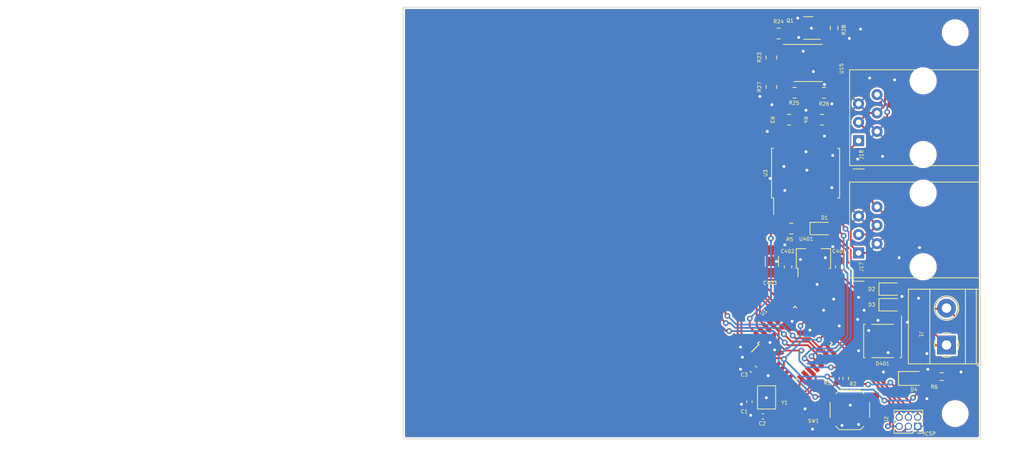
<source format=kicad_pcb>
(kicad_pcb (version 20211014) (generator pcbnew)
  (layers (0 "F.Cu" signal) (31 "B.Cu" signal) (34 "B.Paste" user) (35 "F.Paste" user) (36 "B.SilkS" user "B.Silkscreen") (37 "F.SilkS" user "F.Silkscreen") (38 "B.Mask" user) (39 "F.Mask" user) (44 "Edge.Cuts" user))
  (net 0 "")
  (net 1 "GND")
  (net 2 "/uController/X1")
  (net 3 "/uController/X2")
  (net 4 "+5V")
  (net 5 "RESET")
  (net 6 "DCC_B")
  (net 7 "DCC_A")
  (net 8 "Net-(R1-Pad2)")
  (net 9 "Net-(R3-Pad2)")
  (net 10 "DCC_IN")
  (net 13 "railsyncB")
  (net 14 "railsyncA")
  (net 15 "Net-(J17-Pad3)")
  (net 16 "Net-(R23-Pad1)")
  (net 17 "Lnet_Rx")
  (net 18 "Net-(R25-Pad1)")
  (net 19 "Lnet_Tx")
  (net 22 "Net-(D1-Pad1)")
  (net 23 "Net-(Q1-Pad1)")
  (net 24 "VCC")
  (net 25 "GPIO16")
  (net 26 "GPIO15")
  (net 27 "GPIO14")
  (net 28 "GPIO13")
  (net 29 "GPIO12")
  (net 30 "GPIO11")
  (net 31 "GPIO10")
  (net 32 "TYPE")
  (net 33 "GPIO9")
  (net 34 "GPIO8")
  (net 35 "GPIO7")
  (net 36 "GPIO6")
  (net 37 "GPIO5")
  (net 38 "GPIO4")
  (net 39 "GPIO3")
  (net 40 "GPIO2")
  (net 41 "GPIO1")
  (net 42 "LED")
  (net 43 "Net-(D4-Pad2)")
  (footprint "Package_TO_SOT_SMD:SOT-89-3" (layer "F.Cu") (at 133.485 72.928 90)
    (fp_text reference "U401")
    (fp_text value "L78L05_SOT89")
  )
  (footprint "Resistor_SMD:R_0805_2012Metric_Pad1.20x1.40mm_HandSolder" (layer "F.Cu") (at 128.6905 41.618)
    (fp_text reference "R24")
    (fp_text value "47k")
  )
  (footprint "Diode_SMD:D_SOD-323" (layer "F.Cu") (at 144 76.841)
    (fp_text reference "D2")
    (fp_text value "D")
  )
  (footprint "Connector_PinSocket_1.27mm:PinSocket_2x03_P1.27mm_Vertical" (layer "F.Cu") (at 147.828 95.758 -90)
    (fp_text reference "U2")
    (fp_text value "HEADER_3x2")
  )
  (footprint "Capacitor_SMD:C_0603_1608Metric_Pad1.08x0.95mm_HandSolder" (layer "F.Cu") (at 137.033 73.787 90)
    (fp_text reference "C401")
    (fp_text value "330nF")
  )
  (footprint "Resistor_SMD:R_0805_2012Metric_Pad1.20x1.40mm_HandSolder" (layer "F.Cu") (at 134.6755 53.5 180)
    (fp_text reference "R4")
    (fp_text value "10k")
  )
  (footprint "Diode_SMD:D_SOD-323" (layer "F.Cu") (at 144 79)
    (fp_text reference "D3")
    (fp_text value "D")
  )
  (footprint "Package_TO_SOT_SMD:SOT-23" (layer "F.Cu") (at 132.7705 40.856 180)
    (fp_text reference "Q1")
    (fp_text value "BC847")
  )
  (footprint "MountingHole:MountingHole_3.2mm_M3" (layer "F.Cu") (at 153 41.5)
    (fp_text reference "REF**" hide)
    (fp_text value "MountingHole_3.2mm_M3")
  )
  (footprint "Diode_SMD:D_SOD-323" (layer "F.Cu") (at 134.5 68.5)
    (fp_text reference "D1")
    (fp_text value "D")
  )
  (footprint "Resistor_SMD:R_0805_2012Metric_Pad1.20x1.40mm_HandSolder" (layer "F.Cu") (at 127.6905 44.92 90)
    (fp_text reference "R23")
    (fp_text value "220k")
  )
  (footprint "Capacitor_SMD:C_1206_3216Metric_Pad1.33x1.80mm_HandSolder" (layer "F.Cu") (at 127.762 73.025 90)
    (fp_text reference "C403")
    (fp_text value "100uF")
  )
  (footprint "Resistor_SMD:R_0402_1005Metric_Pad0.72x0.64mm_HandSolder" (layer "F.Cu") (at 137.922 89.154 -90)
    (fp_text reference "R2")
    (fp_text value "10k")
  )
  (footprint "Package_SO:SOIC-8_3.9x4.9mm_P1.27mm" (layer "F.Cu") (at 132.7705 45.682)
    (fp_text reference "U15")
    (fp_text value "LM311")
  )
  (footprint "TerminalBlock_Phoenix:TerminalBlock_Phoenix_MKDS-1,5-2-5.08_1x02_P5.08mm_Horizontal" (layer "F.Cu") (at 151.805 84.545 90)
    (fp_text reference "J1")
    (fp_text value "Screw_Terminal_01x02")
  )
  (footprint "Resistor_SMD:R_0805_2012Metric_Pad1.20x1.40mm_HandSolder" (layer "F.Cu") (at 130.1355 53.5)
    (fp_text reference "R3")
    (fp_text value "10k")
  )
  (footprint "Diode_SMD:Diode_Bridge_Diotec_ABS" (layer "F.Cu") (at 143 84 -90)
    (fp_text reference "D401")
    (fp_text value "D_Bridge_+-AA")
  )
  (footprint "MountingHole:MountingHole_3.2mm_M3" (layer "F.Cu") (at 153 94)
    (fp_text reference "REF**" hide)
    (fp_text value "MountingHole_3.2mm_M3")
  )
  (footprint "Capacitor_SMD:C_0603_1608Metric_Pad1.08x0.95mm_HandSolder" (layer "F.Cu") (at 125.222 87.884 -45)
    (fp_text reference "C3")
    (fp_text value "100nF")
  )
  (footprint "Resistor_SMD:R_0603_1608Metric_Pad0.98x0.95mm_HandSolder" (layer "F.Cu") (at 151.13 88.9 180)
    (fp_text reference "R6")
    (fp_text value "6k2")
  )
  (footprint "custom_kicad_lib_sk:crystal_arduino" (layer "F.Cu") (at 127.254 91.821 -90)
    (fp_text reference "Y1")
    (fp_text value "crystal_arduino")
  )
  (footprint "Capacitor_SMD:C_0402_1005Metric_Pad0.74x0.62mm_HandSolder" (layer "F.Cu") (at 124.682 92.363 90)
    (fp_text reference "C1")
    (fp_text value "12pF")
  )
  (footprint "Resistor_SMD:R_0805_2012Metric_Pad1.20x1.40mm_HandSolder" (layer "F.Cu") (at 134.9455 49.784 180)
    (fp_text reference "R26")
    (fp_text value "150k")
  )
  (footprint "Resistor_SMD:R_0805_2012Metric_Pad1.20x1.40mm_HandSolder" (layer "F.Cu") (at 130.8815 49.784 180)
    (fp_text reference "R25")
    (fp_text value "10k")
  )
  (footprint "Resistor_SMD:R_0603_1608Metric_Pad0.98x0.95mm_HandSolder" (layer "F.Cu") (at 136.3265 40.856 -90)
    (fp_text reference "R28")
    (fp_text value "1k")
  )
  (footprint "Package_SO:SOP-8_6.62x9.15mm_P2.54mm" (layer "F.Cu") (at 132.4055 60.866 90)
    (fp_text reference "U3")
    (fp_text value "6N137")
  )
  (footprint "Button_Switch_SMD:SW_SPST_SKQG_WithStem" (layer "F.Cu") (at 138.5 93.5 180)
    (fp_text reference "SW1")
    (fp_text value "SW_SPST")
  )
  (footprint "Capacitor_SMD:C_0603_1608Metric_Pad1.08x0.95mm_HandSolder" (layer "F.Cu") (at 129.985 73.787 90)
    (fp_text reference "C402")
    (fp_text value "100nF")
  )
  (footprint "Resistor_SMD:R_0402_1005Metric_Pad0.72x0.64mm_HandSolder" (layer "F.Cu") (at 136.652 89.154 -90)
    (fp_text reference "R1")
    (fp_text value "10k")
  )
  (footprint "Connector_RJ:RJ12_Amphenol_54601" (layer "F.Cu") (at 139.7 56.388 90)
    (fp_text reference "J18")
    (fp_text value "RJ12")
  )
  (footprint "Capacitor_SMD:C_0402_1005Metric_Pad0.74x0.62mm_HandSolder" (layer "F.Cu") (at 126.5195 94.395)
    (fp_text reference "C2")
    (fp_text value "12pF")
  )
  (footprint "Resistor_SMD:R_0805_2012Metric_Pad1.20x1.40mm_HandSolder" (layer "F.Cu") (at 127.6905 48.984 90)
    (fp_text reference "R27")
    (fp_text value "22k")
  )
  (footprint "LED_SMD:LED_0805_2012Metric_Pad1.15x1.40mm_HandSolder" (layer "F.Cu") (at 147.057 89.154)
    (fp_text reference "D4")
    (fp_text value "LED")
  )
  (footprint "Resistor_SMD:R_0805_2012Metric_Pad1.20x1.40mm_HandSolder" (layer "F.Cu") (at 130.436 68.5)
    (fp_text reference "R5")
    (fp_text value "1k")
  )
  (footprint "Connector_RJ:RJ12_Amphenol_54601" (layer "F.Cu") (at 139.7 71.858 90)
    (fp_text reference "J17")
    (fp_text value "RJ12")
  )
  (footprint "Package_QFP:TQFP-32_7x7mm_P0.8mm" (layer "F.Cu") (at 130.937 84.328 45)
    (fp_text reference "U1")
    (fp_text value "ATmega328-A")
  )
  (gr_rect (start 156.5 97.5) (end 77 38) (layer "Edge.Cuts") (width 0.1) (fill none))
  (gr_text "ICSP\n" (at 149.479 96.774) (layer "F.SilkS") (effects (font (size 0.5 0.5) (thickness 0.075))))
  (segment (start 127 91.955) (end 126.084 92.871) (width 0.25) (layer "F.Cu") (net 1))
  (segment (start 126.084 92.871) (end 126.084 94.263) (width 0.25) (layer "F.Cu") (net 1))
  (segment (start 127 91.821) (end 127 91.655) (width 0.25) (layer "F.Cu") (net 1))
  (segment (start 126.084 94.263) (end 125.952 94.395) (width 0.25) (layer "F.Cu") (net 1))
  (segment (start 133.213286 40.884286) (end 132.207 41.890572) (width 0.25) (layer "F.Cu") (net 1))
  (segment (start 127 91.821) (end 127 91.955) (width 0.25) (layer "F.Cu") (net 1))
  (segment (start 127 91.655) (end 127.984 90.671) (width 0.25) (layer "F.Cu") (net 1))
  (segment (start 133.708 40.389572) (end 133.213286 40.884286) (width 0.25) (layer "F.Cu") (net 1))
  (segment (start 133.708 39.906) (end 133.708 40.389572) (width 0.25) (layer "F.Cu") (net 1))
  (segment (start 126.293824 87.27412) (end 124.61212 87.27412) (width 0.25) (layer "F.Cu") (net 1))
  (segment (start 132.207 41.890572) (end 132.207 41.91) (width 0.25) (layer "F.Cu") (net 1))
  (segment (start 127.083268 86.484676) (end 126.293824 87.27412) (width 0.25) (layer "F.Cu") (net 1))
  (via (at 131.699 72.771) (size 0.8) (drill 0.4) (layers "F.Cu" "B.Cu") (net 1))
  (via (at 137.414 95.631) (size 0.8) (drill 0.4) (layers "F.Cu" "B.Cu") (net 1))
  (via (at 140.462 79.756) (size 0.8) (drill 0.4) (layers "F.Cu" "B.Cu") (net 1))
  (via (at 131.318 39.497) (size 0.8) (drill 0.4) (layers "F.Cu" "B.Cu") (net 1))
  (via (at 139.7 85.344) (size 0.8) (drill 0.4) (layers "F.Cu" "B.Cu") (net 1))
  (via (at 148.082 71.12) (size 0.8) (drill 0.4) (layers "F.Cu" "B.Cu") (net 1))
  (via (at 127.508 61.595) (size 0.8) (drill 0.4) (layers "F.Cu" "B.Cu") (net 1))
  (via (at 139.573 81.026) (size 0.8) (drill 0.4) (layers "F.Cu" "B.Cu") (net 1))
  (via (at 128.143 85.217) (size 0.8) (drill 0.4) (layers "F.Cu" "B.Cu") (net 1))
  (via (at 123.571 92.71) (size 0.8) (drill 0.4) (layers "F.Cu" "B.Cu") (net 1))
  (via (at 133 82.5) (size 0.8) (drill 0.4) (layers "F.Cu" "B.Cu") (net 1))
  (via (at 141.097 82.55) (size 0.8) (drill 0.4) (layers "F.Cu" "B.Cu") (net 1))
  (via (at 134.874 79.756) (size 0.8) (drill 0.4) (layers "F.Cu" "B.Cu") (net 1))
  (via (at 145.288 72.517) (size 0.8) (drill 0.4) (layers "F.Cu" "B.Cu") (net 1))
  (via (at 144.653 48.006) (size 0.8) (drill 0.4) (layers "F.Cu" "B.Cu") (net 1))
  (via (at 133.985 76.2) (size 0.8) (drill 0.4) (layers "F.Cu" "B.Cu") (net 1))
  (via (at 132.461 57.912) (size 0.8) (drill 0.4) (layers "F.Cu" "B.Cu") (net 1))
  (via (at 135.001 55.753) (size 0.8) (drill 0.4) (layers "F.Cu" "B.Cu") (net 1))
  (via (at 138.557 92.837) (size 0.8) (drill 0.4) (layers "F.Cu" "B.Cu") (net 1))
  (via (at 146.431 81.407) (size 0.8) (drill 0.4) (layers "F.Cu" "B.Cu") (net 1))
  (via (at 127.508 84.201) (size 0.8) (drill 0.4) (layers "F.Cu" "B.Cu") (net 1))
  (via (at 127.254 88.773) (size 0.8) (drill 0.4) (layers "F.Cu" "B.Cu") (net 1))
  (via (at 136.271 78.232) (size 0.8) (drill 0.4) (layers "F.Cu" "B.Cu") (net 1))
  (via (at 135.001 48.641) (size 0.8) (drill 0.4) (layers "F.Cu" "B.Cu") (net 1))
  (via (at 138.43 42.291) (size 0.8) (drill 0.4) (layers "F.Cu" "B.Cu") (net 1))
  (via (at 149.098 85.725) (size 0.8) (drill 0.4) (layers "F.Cu" "B.Cu") (net 1))
  (via (at 126.111 50.292) (size 0.8) (drill 0.4) (layers "F.Cu" "B.Cu") (net 1))
  (via (at 142.367 81.153) (size 0.8) (drill 0.4) (layers "F.Cu" "B.Cu") (net 1))
  (via (at 132.588 60.452) (size 0.8) (drill 0.4) (layers "F.Cu" "B.Cu") (net 1))
  (via (at 147.955 78.105) (size 0.8) (drill 0.4) (layers "F.Cu" "B.Cu") (net 1))
  (via (at 132.461 52.197) (size 0.8) (drill 0.4) (layers "F.Cu" "B.Cu") (net 1))
  (via (at 133.35 96.139) (size 0.8) (drill 0.4) (layers "F.Cu" "B.Cu") (net 1))
  (via (at 133.213286 40.884286) (size 0.8) (drill 0.4) (layers "F.Cu" "B.Cu") (net 1))
  (via (at 143.002 58.547) (size 0.8) (drill 0.4) (layers "F.Cu" "B.Cu") (net 1))
  (via (at 129.54 70.739) (size 0.8) (drill 0.4) (layers "F.Cu" "B.Cu") (net 1))
  (via (at 153.797 88.265) (size 0.8) (drill 0.4) (layers "F.Cu" "B.Cu") (net 1))
  (via (at 123.698 86.233) (size 0.8) (drill 0.4) (layers "F.Cu" "B.Cu") (net 1))
  (via (at 149.225 87.884) (size 0.8) (drill 0.4) (layers "F.Cu" "B.Cu") (net 1))
  (via (at 132.08 44.069) (size 0.8) (drill 0.4) (layers "F.Cu" "B.Cu") (net 1))
  (via (at 139.573 58.928) (size 0.8) (drill 0.4) (layers "F.Cu" "B.Cu") (net 1))
  (via (at 131.445 42.164) (size 0.8) (drill 0.4) (layers "F.Cu" "B.Cu") (net 1))
  (via (at 130.556 81.28) (size 0.8) (drill 0.4) (layers "F.Cu" "B.Cu") (net 1))
  (via (at 136.017 51.308) (size 0.8) (drill 0.4) (layers "F.Cu" "B.Cu") (net 1))
  (via (at 139.7 95.504) (size 0.8) (drill 0.4) (layers "F.Cu" "B.Cu") (net 1))
  (via (at 123.444 87.884) (size 0.8) (drill 0.4) (layers "F.Cu" "B.Cu") (net 1))
  (via (at 141.224 47.752) (size 0.8) (drill 0.4) (layers "F.Cu" "B.Cu") (net 1))
  (via (at 136.017 62.865) (size 0.8) (drill 0.4) (layers "F.Cu" "B.Cu") (net 1))
  (via (at 143.764 85.598) (size 0.8) (drill 0.4) (layers "F.Cu" "B.Cu") (net 1))
  (via (at 127 91.821) (size 0.8) (drill 0.4) (layers "F.Cu" "B.Cu") (net 1))
  (via (at 123.444 84.836) (size 0.8) (drill 0.4) (layers "F.Cu" "B.Cu") (net 1))
  (via (at 137.033 81.915) (size 0.8) (drill 0.4) (layers "F.Cu" "B.Cu") (net 1))
  (via (at 143.129 88.265) (size 0.8) (drill 0.4) (layers "F.Cu" "B.Cu") (net 1))
  (via (at 127.762 51.435) (size 0.8) (drill 0.4) (layers "F.Cu" "B.Cu") (net 1))
  (via (at 139.954 41.021) (size 0.8) (drill 0.4) (layers "F.Cu" "B.Cu") (net 1))
  (via (at 136.144 70.993) (size 0.8) (drill 0.4) (layers "F.Cu" "B.Cu") (net 1))
  (via (at 135.128 72.517) (size 0.8) (drill 0.4) (layers "F.Cu" "B.Cu") (net 1))
  (via (at 133.477 46.863) (size 0.8) (drill 0.4) (layers "F.Cu" "B.Cu") (net 1))
  (via (at 124.841 94.234) (size 0.8) (drill 0.4) (layers "F.Cu" "B.Cu") (net 1))
  (via (at 129.413 59.944) (size 0.8) (drill 0.4) (layers "F.Cu" "B.Cu") (net 1))
  (via (at 149.098 91.948) (size 0.8) (drill 0.4) (layers "F.Cu" "B.Cu") (net 1))
  (via (at 145.669 77.851) (size 0.8) (drill 0.4) (layers "F.Cu" "B.Cu") (net 1))
  (via (at 132.334 93.345) (size 0.8) (drill 0.4) (layers "F.Cu" "B.Cu") (net 1))
  (via (at 129.54 63.246) (size 0.8) (drill 0.4) (layers "F.Cu" "B.Cu") (net 1))
  (via (at 139.7 77.978) (size 0.8) (drill 0.4) (layers "F.Cu" "B.Cu") (net 1))
  (via (at 128.397 73.025) (size 0.8) (drill 0.4) (layers "F.Cu" "B.Cu") (net 1))
  (via (at 127.127 55.118) (size 0.8) (drill 0.4) (layers "F.Cu" "B.Cu") (net 1))
  (via (at 136.144 58.42) (size 0.8) (drill 0.4) (layers "F.Cu" "B.Cu") (net 1))
  (segment (start 126.084 91.467) (end 126.084 90.671) (width 0.25) (layer "F.Cu") (net 2))
  (segment (start 126.084 90.561) (end 126.084 90.671) (width 0.25) (layer "F.Cu") (net 2))
  (segment (start 125.7555 91.7955) (end 126.084 91.467) (width 0.25) (layer "F.Cu") (net 2))
  (segment (start 127.11 89.535) (end 126.084 90.561) (width 0.25) (layer "F.Cu") (net 2))
  (segment (start 124.682 91.7955) (end 125.7555 91.7955) (width 0.25) (layer "F.Cu") (net 2))
  (segment (start 128.558427 89.535) (end 127.11 89.535) (width 0.25) (layer "F.Cu") (net 2))
  (segment (start 129.34601 88.747417) (end 128.558427 89.535) (width 0.25) (layer "F.Cu") (net 2))
  (segment (start 129.159 90.043) (end 129.159 91.696) (width 0.25) (layer "F.Cu") (net 3))
  (segment (start 129.888897 89.313103) (end 129.159 90.043) (width 0.25) (layer "F.Cu") (net 3))
  (segment (start 129.159 91.696) (end 127.984 92.871) (width 0.25) (layer "F.Cu") (net 3))
  (segment (start 127.984 94.0725) (end 127.6615 94.395) (width 0.25) (layer "F.Cu") (net 3))
  (segment (start 127.6615 94.395) (end 127.087 94.395) (width 0.25) (layer "F.Cu") (net 3))
  (segment (start 127.984 92.871) (end 127.984 94.0725) (width 0.25) (layer "F.Cu") (net 3))
  (segment (start 129.911695 89.313103) (end 129.888897 89.313103) (width 0.25) (layer "F.Cu") (net 3))
  (segment (start 129.1355 52.6015) (end 129.794 51.943) (width 0.25) (layer "F.Cu") (net 4))
  (segment (start 137.922 88.5565) (end 136.652 88.5565) (width 0.25) (layer "F.Cu") (net 4))
  (segment (start 129.794 49.8715) (end 129.8815 49.784) (width 0.25) (layer "F.Cu") (net 4))
  (segment (start 128.5955 61.903782) (end 128.5955 56.341) (width 0.25) (layer "F.Cu") (net 4))
  (segment (start 136.144 79.756) (end 136.144 81.949427) (width 0.25) (layer "F.Cu") (net 4))
  (segment (start 143.378342 92.206658) (end 143.251342 92.206658) (width 0.25) (layer "F.Cu") (net 4))
  (segment (start 128.339314 86.36) (end 127.648953 87.050361) (width 0.25) (layer "F.Cu") (net 4))
  (segment (start 128.780324 88.181732) (end 129.413 87.549056) (width 0.25) (layer "F.Cu") (net 4))
  (segment (start 143.738989 95.758) (end 144.013969 95.48302) (width 0.25) (layer "F.Cu") (net 4))
  (segment (start 129.286 86.36) (end 128.339314 86.36) (width 0.25) (layer "F.Cu") (net 4))
  (segment (start 135.2455 43.777) (end 135.852 43.777) (width 0.25) (layer "F.Cu") (net 4))
  (segment (start 126.53748 69.736) (end 127.18548 69.088) (width 0.25) (layer "F.Cu") (net 4))
  (segment (start 131.985 74.578) (end 131.985 75.597) (width 0.25) (layer "F.Cu") (net 4))
  (segment (start 129.8815 49.8715) (end 129.8815 49.784) (width 0.25) (layer "F.Cu") (net 4))
  (segment (start 131.318 51.308) (end 129.8815 49.8715) (width 0.25) (layer "F.Cu") (net 4))
  (segment (start 147.066 91.948) (end 147.201957 91.812043) (width 0.25) (layer "F.Cu") (net 4))
  (segment (start 149.098 89.916) (end 147.066 91.948) (width 0.25) (layer "F.Cu") (net 4))
  (segment (start 134.493 51.308) (end 131.318 51.308) (width 0.25) (layer "F.Cu") (net 4))
  (segment (start 144.013969 93.853) (end 144.013969 92.580405) (width 0.25) (layer "F.Cu") (net 4))
  (segment (start 127.762 74.5875) (end 127.536875 74.5875) (width 0.25) (layer "F.Cu") (net 4))
  (segment (start 126.53748 73.588105) (end 126.53748 69.736) (width 0.25) (layer "F.Cu") (net 4))
  (segment (start 144.013969 95.48302) (end 144.013969 93.853) (width 0.25) (layer "F.Cu") (net 4))
  (segment (start 128.5955 55.0465) (end 129.1355 54.5065) (width 0.25) (layer "F.Cu") (net 4))
  (segment (start 135.6755 53.5) (end 135.6755 52.4905) (width 0.25) (layer "F.Cu") (net 4))
  (segment (start 125.83188 88.49388) (end 126.205434 88.49388) (width 0.25) (layer "F.Cu") (net 4))
  (segment (start 127.7715 74.578) (end 131.985 74.578) (width 0.25) (layer "F.Cu") (net 4))
  (segment (start 129.413 87.549056) (end 129.413 86.487) (width 0.25) (layer "F.Cu") (net 4))
  (segment (start 151.0265 89.916) (end 150.114 89.916) (width 0.25) (layer "F.Cu") (net 4))
  (segment (start 128.5955 56.341) (end 128.5955 55.0465) (width 0.25) (layer "F.Cu") (net 4))
  (segment (start 135.382 88.9) (end 136.3085 88.9) (width 0.25) (layer "F.Cu") (net 4))
  (segment (start 152.0425 88.9) (end 151.0265 89.916) (width 0.25) (layer "F.Cu") (net 4))
  (segment (start 129.413 86.487) (end 129.286 86.36) (width 0.25) (layer "F.Cu") (net 4))
  (segment (start 127.18548 69.088) (end 127.18548 63.313802) (width 0.25) (layer "F.Cu") (net 4))
  (segment (start 129.1355 54.5065) (end 129.1355 53.5) (width 0.25) (layer "F.Cu") (net 4))
  (segment (start 129.794 51.943) (end 129.794 49.8715) (width 0.25) (layer "F.Cu") (net 4))
  (segment (start 135.852 43.777) (end 136.87002 44.79502) (width 0.25) (layer "F.Cu") (net 4))
  (segment (start 135.356417 82.73701) (end 135.32199 82.73701) (width 0.25) (layer "F.Cu") (net 4))
  (segment (start 129.1355 53.5) (end 129.1355 52.6015) (width 0.25) (layer "F.Cu") (net 4))
  (segment (start 131.985 75.597) (end 136.144 79.756) (width 0.25) (layer "F.Cu") (net 4))
  (segment (start 136.3085 88.9) (end 136.652 88.5565) (width 0.25) (layer "F.Cu") (net 4))
  (segment (start 143.509282 92.075718) (end 143.378342 92.206658) (width 0.25) (layer "F.Cu") (net 4))
  (segment (start 135.32199 82.73701) (end 134.244017 83.814983) (width 0.25) (layer "F.Cu") (net 4))
  (segment (start 126.205434 88.49388) (end 127.648953 87.050361) (width 0.25) (layer "F.Cu") (net 4))
  (segment (start 127.536875 74.5875) (end 126.53748 73.588105) (width 0.25) (layer "F.Cu") (net 4))
  (segment (start 127.18548 63.313802) (end 128.5955 61.903782) (width 0.25) (layer "F.Cu") (net 4))
  (segment (start 136.144 81.949427) (end 135.356417 82.73701) (width 0.25) (layer "F.Cu") (net 4))
  (segment (start 136.87002 52.30548) (end 135.6755 53.5) (width 0.25) (layer "F.Cu") (net 4))
  (segment (start 136.87002 44.79502) (end 136.87002 52.30548) (width 0.25) (layer "F.Cu") (net 4))
  (segment (start 127.762 74.5875) (end 127.7715 74.578) (width 0.25) (layer "F.Cu") (net 4))
  (segment (start 135.6755 52.4905) (end 134.493 51.308) (width 0.25) (layer "F.Cu") (net 4))
  (segment (start 150.114 89.916) (end 149.098 89.916) (width 0.25) (layer "F.Cu") (net 4))
  (segment (start 144.013969 92.580405) (end 143.509282 92.075718) (width 0.25) (layer "F.Cu") (net 4))
  (via (at 135.382 88.9) (size 0.8) (drill 0.4) (layers "F.Cu" "B.Cu") (net 4))
  (via (at 147.201957 91.812043) (size 0.8) (drill 0.4) (layers "F.Cu" "B.Cu") (net 4))
  (via (at 134.244017 83.814983) (size 0.8) (drill 0.4) (layers "F.Cu" "B.Cu") (net 4))
  (via (at 143.738989 95.758) (size 0.8) (drill 0.4) (layers "F.Cu" "B.Cu") (net 4))
  (via (at 129.413 86.487) (size 0.8) (drill 0.4) (layers "F.Cu" "B.Cu") (net 4))
  (via (at 143.251342 92.206658) (size 0.8) (drill 0.4) (layers "F.Cu" "B.Cu") (net 4))
  (segment (start 145.288 95.758) (end 143.738989 95.758) (width 0.25) (layer "B.Cu") (net 4))
  (segment (start 135.382 88.9) (end 131.826 88.9) (width 0.25) (layer "B.Cu") (net 4))
  (segment (start 141.722684 90.678) (end 141.478 90.678) (width 0.25) (layer "B.Cu") (net 4))
  (segment (start 141.478 90.678) (end 141.447331 90.708669) (width 0.25) (layer "B.Cu") (net 4))
  (segment (start 137.190669 90.708669) (end 135.382 88.9) (width 0.25) (layer "B.Cu") (net 4))
  (segment (start 147.201957 91.812043) (end 146.807342 92.206658) (width 0.25) (layer "B.Cu") (net 4))
  (segment (start 129.413 86.487) (end 132.085017 83.814983) (width 0.25) (layer "B.Cu") (net 4))
  (segment (start 131.826 88.9) (end 129.413 86.487) (width 0.25) (layer "B.Cu") (net 4))
  (segment (start 146.807342 92.206658) (end 143.251342 92.206658) (width 0.25) (layer "B.Cu") (net 4))
  (segment (start 143.251342 92.206658) (end 141.722684 90.678) (width 0.25) (layer "B.Cu") (net 4))
  (segment (start 132.085017 83.814983) (end 134.244017 83.814983) (width 0.25) (layer "B.Cu") (net 4))
  (segment (start 141.447331 90.708669) (end 137.190669 90.708669) (width 0.25) (layer "B.Cu") (net 4))
  (segment (start 135.89 87.63) (end 135.90004 87.64004) (width 0.25) (layer "F.Cu") (net 5))
  (segment (start 147.828 94.488) (end 147.828 93.462684) (width 0.25) (layer "F.Cu") (net 5))
  (segment (start 138.811 88.265) (end 138.811 88.8625) (width 0.25) (layer "F.Cu") (net 5))
  (segment (start 147.828 93.462684) (end 144.086158 89.720842) (width 0.25) (layer "F.Cu") (net 5))
  (segment (start 135.90004 87.64004) (end 138.18604 87.64004) (width 0.25) (layer "F.Cu") (net 5))
  (segment (start 131.826 85.3065) (end 129.620886 85.3065) (width 0.25) (layer "F.Cu") (net 5))
  (segment (start 129.620886 85.3065) (end 128.692788 84.378402) (width 0.25) (layer "F.Cu") (net 5))
  (segment (start 138.811 88.8625) (end 137.922 89.7515) (width 0.25) (layer "F.Cu") (net 5))
  (segment (start 138.0865 89.916) (end 137.922 89.7515) (width 0.25) (layer "F.Cu") (net 5))
  (segment (start 141.028842 89.984158) (end 140.960684 89.916) (width 0.25) (layer "F.Cu") (net 5))
  (segment (start 128.692788 82.649474) (end 127.648953 81.605639) (width 0.25) (layer "F.Cu") (net 5))
  (segment (start 128.692788 84.378402) (end 128.692788 82.649474) (width 0.25) (layer "F.Cu") (net 5))
  (segment (start 138.18604 87.64004) (end 138.811 88.265) (width 0.25) (layer "F.Cu") (net 5))
  (segment (start 140.960684 89.916) (end 138.0865 89.916) (width 0.25) (layer "F.Cu") (net 5))
  (via (at 144.086158 89.720842) (size 0.8) (drill 0.4) (layers "F.Cu" "B.Cu") (net 5))
  (via (at 141.028842 89.984158) (size 0.8) (drill 0.4) (layers "F.Cu" "B.Cu") (net 5))
  (via (at 135.89 87.63) (size 0.8) (drill 0.4) (layers "F.Cu" "B.Cu") (net 5))
  (via (at 131.826 85.3065) (size 0.8) (drill 0.4) (layers "F.Cu" "B.Cu") (net 5))
  (segment (start 131.544907 85.587593) (end 131.544907 86.723239) (width 0.25) (layer "B.Cu") (net 5))
  (segment (start 132.451668 87.63) (end 135.89 87.63) (width 0.25) (layer "B.Cu") (net 5))
  (segment (start 131.826 85.3065) (end 131.544907 85.587593) (width 0.25) (layer "B.Cu") (net 5))
  (segment (start 143.822842 89.984158) (end 141.028842 89.984158) (width 0.25) (layer "B.Cu") (net 5))
  (segment (start 131.544907 86.723239) (end 132.451668 87.63) (width 0.25) (layer "B.Cu") (net 5))
  (segment (start 144.086158 89.720842) (end 143.822842 89.984158) (width 0.25) (layer "B.Cu") (net 5))
  (segment (start 144.399 74.802283) (end 142.875718 73.279) (width 0.25) (layer "F.Cu") (net 6))
  (segment (start 153.821511 81.431511) (end 152.154489 79.764489) (width 0.25) (layer "F.Cu") (net 6))
  (segment (start 133.985 67.31) (end 133.6755 67.0005) (width 0.25) (layer "F.Cu") (net 6))
  (segment (start 138.615489 71.490489) (end 135.625 68.5) (width 0.25) (layer "F.Cu") (net 6))
  (segment (start 134.874 67.31) (end 133.985 67.31) (width 0.25) (layer "F.Cu") (net 6))
  (segment (start 135.55 68.5) (end 135.55 67.986) (width 0.25) (layer "F.Cu") (net 6))
  (segment (start 153.058022 86.975) (end 153.821511 86.211511) (width 0.25) (layer "F.Cu") (net 6))
  (segment (start 133.6755 67.0005) (end 133.6755 65.391) (width 0.25) (layer "F.Cu") (net 6))
  (segment (start 139.065 73.279) (end 138.615489 72.829489) (width 0.25) (layer "F.Cu") (net 6))
  (segment (start 152.154489 79.764489) (end 152.154489 79.549511) (width 0.25) (layer "F.Cu") (net 6))
  (segment (start 144.399 79.348511) (end 144.399 74.802283) (width 0.25) (layer "F.Cu") (net 6))
  (segment (start 135.625 68.5) (end 135.55 68.5) (width 0.25) (layer "F.Cu") (net 6))
  (segment (start 153.821511 86.211511) (end 153.821511 81.431511) (width 0.25) (layer "F.Cu") (net 6))
  (segment (start 135.55 67.986) (end 134.874 67.31) (width 0.25) (layer "F.Cu") (net 6))
  (segment (start 142.875718 73.279) (end 139.065 73.279) (width 0.25) (layer "F.Cu") (net 6))
  (segment (start 145 86.975) (end 153.058022 86.975) (width 0.25) (layer "F.Cu") (net 6))
  (segment (start 152.154489 79.549511) (end 144.6 79.549511) (width 0.25) (layer "F.Cu") (net 6))
  (segment (start 138.615489 72.829489) (end 138.615489 71.490489) (width 0.25) (layer "F.Cu") (net 6))
  (segment (start 144.6 79.549511) (end 144.399 79.348511) (width 0.25) (layer "F.Cu") (net 6))
  (segment (start 136.466282 69.977) (end 138.165969 71.676687) (width 0.25) (layer "F.Cu") (net 7))
  (segment (start 138.165969 73.015686) (end 138.878802 73.72852) (width 0.25) (layer "F.Cu") (net 7))
  (segment (start 147.193 80.01) (end 151.77 84.587) (width 0.25) (layer "F.Cu") (net 7))
  (segment (start 143.388 84.587) (end 141 86.975) (width 0.25) (layer "F.Cu") (net 7))
  (segment (start 129.436 68.5) (end 130.913 69.977) (width 0.25) (layer "F.Cu") (net 7))
  (segment (start 143.94948 79.534709) (end 144.424771 80.01) (width 0.25) (layer "F.Cu") (net 7))
  (segment (start 130.913 69.977) (end 136.466282 69.977) (width 0.25) (layer "F.Cu") (net 7))
  (segment (start 144.424771 80.01) (end 147.193 80.01) (width 0.25) (layer "F.Cu") (net 7))
  (segment (start 138.878802 73.72852) (end 142.68952 73.72852) (width 0.25) (layer "F.Cu") (net 7))
  (segment (start 142.68952 73.72852) (end 143.94948 74.98848) (width 0.25) (layer "F.Cu") (net 7))
  (segment (start 138.165969 71.676687) (end 138.165969 73.015686) (width 0.25) (layer "F.Cu") (net 7))
  (segment (start 151.77 84.587) (end 143.388 84.587) (width 0.25) (layer "F.Cu") (net 7))
  (segment (start 143.94948 74.98848) (end 143.94948 79.534709) (width 0.25) (layer "F.Cu") (net 7))
  (segment (start 131.699 81.868944) (end 133.093676 80.474268) (width 0.25) (layer "F.Cu") (net 8))
  (segment (start 131.699 81.915) (end 131.699 81.868944) (width 0.25) (layer "F.Cu") (net 8))
  (segment (start 135.4 91.65) (end 141.6 91.65) (width 0.25) (layer "F.Cu") (net 8))
  (segment (start 135.4 91.0035) (end 135.4 91.65) (width 0.25) (layer "F.Cu") (net 8))
  (segment (start 136.652 89.7515) (end 135.4 91.0035) (width 0.25) (layer "F.Cu") (net 8))
  (segment (start 135.4 91.65) (end 133.775 91.65) (width 0.25) (layer "F.Cu") (net 8))
  (segment (start 133.775 91.65) (end 133.731 91.694) (width 0.25) (layer "F.Cu") (net 8))
  (via (at 133.731 91.694) (size 0.8) (drill 0.4) (layers "F.Cu" "B.Cu") (net 8))
  (via (at 131.699 81.915) (size 0.8) (drill 0.4) (layers "F.Cu" "B.Cu") (net 8))
  (segment (start 133.595386 91.694) (end 128.688489 86.787103) (width 0.25) (layer "B.Cu") (net 8))
  (segment (start 131.699 83.312) (end 131.699 81.915) (width 0.25) (layer "B.Cu") (net 8))
  (segment (start 130.048 84.963) (end 131.699 83.312) (width 0.25) (layer "B.Cu") (net 8))
  (segment (start 128.688489 86.787103) (end 128.688489 86.068511) (width 0.25) (layer "B.Cu") (net 8))
  (segment (start 128.688489 86.068511) (end 129.794 84.963) (width 0.25) (layer "B.Cu") (net 8))
  (segment (start 133.731 91.694) (end 133.595386 91.694) (width 0.25) (layer "B.Cu") (net 8))
  (segment (start 129.794 84.963) (end 130.048 84.963) (width 0.25) (layer "B.Cu") (net 8))
  (segment (start 131.1355 56.341) (end 131.1355 53.5) (width 0.25) (layer "F.Cu") (net 9))
  (segment (start 132.6825 59.0675) (end 132.0675 59.0675) (width 0.25) (layer "F.Cu") (net 10))
  (segment (start 124.714 80.899) (end 124.714 82.064798) (width 0.25) (layer "F.Cu") (net 10))
  (segment (start 132.0675 59.0675) (end 127.635 63.5) (width 0.25) (layer "F.Cu") (net 10))
  (segment (start 127.635 63.5) (end 127.635 69.85) (width 0.25) (layer "F.Cu") (net 10))
  (segment (start 133.6755 53.5) (end 133.6755 56.341) (width 0.25) (layer "F.Cu") (net 10))
  (segment (start 133.6755 56.341) (end 133.6755 58.0745) (width 0.25) (layer "F.Cu") (net 10))
  (segment (start 133.6755 58.0745) (end 132.6825 59.0675) (width 0.25) (layer "F.Cu") (net 10))
  (segment (start 124.714 82.064798) (end 125.951897 83.302695) (width 0.25) (layer "F.Cu") (net 10))
  (via (at 124.714 80.899) (size 0.8) (drill 0.4) (layers "F.Cu" "B.Cu") (net 10))
  (via (at 127.635 69.85) (size 0.8) (drill 0.4) (layers "F.Cu" "B.Cu") (net 10))
  (segment (start 127.635 77.978) (end 124.714 80.899) (width 0.25) (layer "B.Cu") (net 10))
  (segment (start 127.635 69.85) (end 127.635 77.978) (width 0.25) (layer "B.Cu") (net 10))
  (segment (start 138.615489 57.472511) (end 139.7 56.388) (width 0.25) (layer "F.Cu") (net 13))
  (segment (start 145.05 76.841) (end 145.05 74.311) (width 0.25) (layer "F.Cu") (net 13))
  (segment (start 138.615489 70.773489) (end 138.615489 57.472511) (width 0.25) (layer "F.Cu") (net 13))
  (segment (start 139.7 71.858) (end 138.615489 70.773489) (width 0.25) (layer "F.Cu") (net 13))
  (segment (start 145.05 74.311) (end 142.597 71.858) (width 0.25) (layer "F.Cu") (net 13))
  (segment (start 142.597 71.858) (end 139.7 71.858) (width 0.25) (layer "F.Cu") (net 13))
  (segment (start 141.605009 58.165991) (end 142.24 57.531) (width 0.25) (layer "F.Cu") (net 14))
  (segment (start 142.24 65.508) (end 146.558 69.826) (width 0.25) (layer "F.Cu") (net 14))
  (segment (start 141.605009 64.873009) (end 141.605009 64.262) (width 0.25) (layer "F.Cu") (net 14))
  (segment (start 142.24 65.508) (end 141.605009 64.873009) (width 0.25) (layer "F.Cu") (net 14))
  (segment (start 146.558 69.826) (end 146.558 78.359) (width 0.25) (layer "F.Cu") (net 14))
  (segment (start 142.24 57.531) (end 143.637 56.134) (width 0.25) (layer "F.Cu") (net 14))
  (segment (start 143.637 52.578) (end 143.637 52.451) (width 0.25) (layer "F.Cu") (net 14))
  (segment (start 141.605009 64.262) (end 141.605009 58.165991) (width 0.25) (layer "F.Cu") (net 14))
  (segment (start 143.637 56.134) (end 143.637 52.578) (width 0.25) (layer "F.Cu") (net 14))
  (segment (start 146.558 78.359) (end 145.917 79) (width 0.25) (layer "F.Cu") (net 14))
  (segment (start 145.917 79) (end 145.05 79) (width 0.25) (layer "F.Cu") (net 14))
  (via (at 143.637 52.451) (size 0.8) (drill 0.4) (layers "F.Cu" "B.Cu") (net 14))
  (segment (start 143.637 52.451) (end 143.637 51.435) (width 0.25) (layer "B.Cu") (net 14))
  (segment (start 143.637 51.435) (end 142.24 50.038) (width 0.25) (layer "B.Cu") (net 14))
  (segment (start 141.155489 55.303489) (end 141.155489 66.963489) (width 0.25) (layer "F.Cu") (net 15))
  (segment (start 133.073948 39.13148) (end 136.796796 39.13148) (width 0.25) (layer "F.Cu") (net 15))
  (segment (start 143.324511 45.659195) (end 143.324511 51.493489) (width 0.25) (layer "F.Cu") (net 15))
  (segment (start 141.155489 66.963489) (end 142.24 68.048) (width 0.25) (layer "F.Cu") (net 15))
  (segment (start 131.833 40.856) (end 130.975 40.856) (width 0.25) (layer "F.Cu") (net 15))
  (segment (start 143.324511 51.493489) (end 142.24 52.578) (width 0.25) (layer "F.Cu") (net 15))
  (segment (start 139.7 53.848) (end 141.155489 55.303489) (width 0.25) (layer "F.Cu") (net 15))
  (segment (start 142.24 68.048) (end 140.97 69.318) (width 0.25) (layer "F.Cu") (net 15))
  (segment (start 129.7285 41.656) (end 129.6905 41.618) (width 0.25) (layer "F.Cu") (net 15))
  (segment (start 142.24 52.578) (end 140.97 52.578) (width 0.25) (layer "F.Cu") (net 15))
  (segment (start 140.97 69.318) (end 139.7 69.318) (width 0.25) (layer "F.Cu") (net 15))
  (segment (start 130.975 40.856) (end 130.683 41.148) (width 0.25) (layer "F.Cu") (net 15))
  (segment (start 131.833 40.372428) (end 133.073948 39.13148) (width 0.25) (layer "F.Cu") (net 15))
  (segment (start 130.683 41.148) (end 130.683 41.529) (width 0.25) (layer "F.Cu") (net 15))
  (segment (start 136.796796 39.13148) (end 143.324511 45.659195) (width 0.25) (layer "F.Cu") (net 15))
  (segment (start 131.833 40.856) (end 131.833 40.372428) (width 0.25) (layer "F.Cu") (net 15))
  (segment (start 130.683 41.529) (end 130.556 41.656) (width 0.25) (layer "F.Cu") (net 15))
  (segment (start 140.97 52.578) (end 139.7 53.848) (width 0.25) (layer "F.Cu") (net 15))
  (segment (start 130.556 41.656) (end 129.7285 41.656) (width 0.25) (layer "F.Cu") (net 15))
  (segment (start 127.6905 41.618) (end 126.66598 42.64252) (width 0.25) (layer "F.Cu") (net 16))
  (segment (start 133.223 48.005282) (end 131.826 46.608282) (width 0.25) (layer "F.Cu") (net 16))
  (segment (start 133.9455 49.784) (end 133.9455 48.8555) (width 0.25) (layer "F.Cu") (net 16))
  (segment (start 131.826 46.608282) (end 131.826 45.847) (width 0.25) (layer "F.Cu") (net 16))
  (segment (start 130.2955 45.047) (end 128.5635 45.047) (width 0.25) (layer "F.Cu") (net 16))
  (segment (start 133.223 48.133) (end 133.223 48.005282) (width 0.25) (layer "F.Cu") (net 16))
  (segment (start 126.66598 42.64252) (end 126.66598 44.89548) (width 0.25) (layer "F.Cu") (net 16))
  (segment (start 126.66598 44.89548) (end 127.6905 45.92) (width 0.25) (layer "F.Cu") (net 16))
  (segment (start 133.9455 48.8555) (end 133.223 48.133) (width 0.25) (layer "F.Cu") (net 16))
  (segment (start 131.026 45.047) (end 130.2955 45.047) (width 0.25) (layer "F.Cu") (net 16))
  (segment (start 128.5635 45.047) (end 127.6905 45.92) (width 0.25) (layer "F.Cu") (net 16))
  (segment (start 131.826 45.847) (end 131.026 45.047) (width 0.25) (layer "F.Cu") (net 16))
  (segment (start 133.70348 43.15248) (end 136.267052 43.15248) (width 0.25) (layer "F.Cu") (net 17))
  (segment (start 132.269418 86.423136) (end 132.46645 86.423136) (width 0.25) (layer "F.Cu") (net 17))
  (segment (start 137.31954 44.204968) (end 137.31954 52.491677) (width 0.25) (layer "F.Cu") (net 17))
  (segment (start 133.70348 44.16848) (end 133.70348 43.15248) (width 0.25) (layer "F.Cu") (net 17))
  (segment (start 133.70348 43.15248) (end 128.45802 43.15248) (width 0.25) (layer "F.Cu") (net 17))
  (segment (start 137.16 69.010402) (end 137.643299 69.493701) (width 0.25) (layer "F.Cu") (net 17))
  (segment (start 134.582 45.047) (end 133.70348 44.16848) (width 0.25) (layer "F.Cu") (net 17))
  (segment (start 132.46645 86.423136) (end 133.659361 87.616047) (width 0.25) (layer "F.Cu") (net 17))
  (segment (start 137.16 52.651217) (end 137.16 69.010402) (width 0.25) (layer "F.Cu") (net 17))
  (segment (start 136.267052 43.15248) (end 137.31954 44.204968) (width 0.25) (layer "F.Cu") (net 17))
  (segment (start 128.45802 43.15248) (end 127.6905 43.92) (width 0.25) (layer "F.Cu") (net 17))
  (segment (start 137.31954 52.491677) (end 137.16 52.651217) (width 0.25) (layer "F.Cu") (net 17))
  (segment (start 135.2455 45.047) (end 134.582 45.047) (width 0.25) (layer "F.Cu") (net 17))
  (via (at 137.643299 69.493701) (size 0.8) (drill 0.4) (layers "F.Cu" "B.Cu") (net 17))
  (via (at 132.269418 86.423136) (size 0.8) (drill 0.4) (layers "F.Cu" "B.Cu") (net 17))
  (segment (start 138.176 83.311282) (end 137.477141 84.010141) (width 0.25) (layer "B.Cu") (net 17))
  (segment (start 133.282906 85.02148) (end 132.583693 85.720693) (width 0.25) (layer "B.Cu") (net 17))
  (segment (start 132.269418 86.034968) (end 132.269418 86.423136) (width 0.25) (layer "B.Cu") (net 17))
  (segment (start 137.477141 84.010141) (end 136.465802 85.02148) (width 0.25) (layer "B.Cu") (net 17))
  (segment (start 136.465802 85.02148) (end 135.509 85.02148) (width 0.25) (layer "B.Cu") (net 17))
  (segment (start 135.509 85.02148) (end 133.671803 85.02148) (width 0.25) (layer "B.Cu") (net 17))
  (segment (start 132.583693 85.720693) (end 132.269418 86.034968) (width 0.25) (layer "B.Cu") (net 17))
  (segment (start 138.176 74.676) (end 138.176 83.311282) (width 0.25) (layer "B.Cu") (net 17))
  (segment (start 133.671803 85.02148) (end 133.282906 85.02148) (width 0.25) (layer "B.Cu") (net 17))
  (segment (start 138.176 74.676) (end 137.643299 74.143299) (width 0.25) (layer "B.Cu") (net 17))
  (segment (start 137.643299 74.143299) (end 137.643299 69.493701) (width 0.25) (layer "B.Cu") (net 17))
  (segment (start 130.2955 46.317) (end 130.899 46.317) (width 0.25) (layer "F.Cu") (net 18))
  (segment (start 130.899 46.317) (end 131.826 47.244) (width 0.25) (layer "F.Cu") (net 18))
  (segment (start 128.651 47.117) (end 128.651 46.736) (width 0.25) (layer "F.Cu") (net 18))
  (segment (start 127.784 47.984) (end 128.651 47.117) (width 0.25) (layer "F.Cu") (net 18))
  (segment (start 131.826 47.244) (end 131.826 49.7285) (width 0.25) (layer "F.Cu") (net 18))
  (segment (start 127.6905 47.984) (end 127.784 47.984) (width 0.25) (layer "F.Cu") (net 18))
  (segment (start 129.07 46.317) (end 130.2955 46.317) (width 0.25) (layer "F.Cu") (net 18))
  (segment (start 128.651 46.736) (end 129.07 46.317) (width 0.25) (layer "F.Cu") (net 18))
  (segment (start 131.826 49.7285) (end 131.8815 49.784) (width 0.25) (layer "F.Cu") (net 18))
  (segment (start 137.76906 52.79946) (end 137.76906 51.943) (width 0.25) (layer "F.Cu") (net 19))
  (segment (start 134.158763 87.050361) (end 133.218701 86.110299) (width 0.25) (layer "F.Cu") (net 19))
  (segment (start 137.60952 68.243906) (end 137.60952 52.959) (width 0.25) (layer "F.Cu") (net 19))
  (segment (start 134.225047 87.050361) (end 134.158763 87.050361) (width 0.25) (layer "F.Cu") (net 19))
  (segment (start 136.3265 41.7685) (end 137.76906 43.21106) (width 0.25) (layer "F.Cu") (net 19))
  (segment (start 137.76906 43.21106) (end 137.76906 44.391166) (width 0.25) (layer "F.Cu") (net 19))
  (segment (start 137.60952 52.959) (end 137.76906 52.79946) (width 0.25) (layer "F.Cu") (net 19))
  (segment (start 137.76906 44.391166) (end 137.76906 44.93206) (width 0.25) (layer "F.Cu") (net 19))
  (segment (start 137.890989 68.525375) (end 137.60952 68.243906) (width 0.25) (layer "F.Cu") (net 19))
  (segment (start 137.76906 51.943) (end 137.76906 44.577) (width 0.25) (layer "F.Cu") (net 19))
  (via (at 133.218701 86.110299) (size 0.8) (drill 0.4) (layers "F.Cu" "B.Cu") (net 19))
  (via (at 137.890989 68.525375) (size 0.8) (drill 0.4) (layers "F.Cu" "B.Cu") (net 19))
  (segment (start 138.092819 73.787) (end 138.092819 70.231) (width 0.25) (layer "B.Cu") (net 19))
  (segment (start 138.092819 70.231) (end 138.36781 69.956009) (width 0.25) (layer "B.Cu") (net 19))
  (segment (start 138.62552 74.319701) (end 138.092819 73.787) (width 0.25) (layer "B.Cu") (net 19))
  (segment (start 133.218701 86.110299) (end 133.858 85.471) (width 0.25) (layer "B.Cu") (net 19))
  (segment (start 138.36781 69.956009) (end 138.36781 69.002196) (width 0.25) (layer "B.Cu") (net 19))
  (segment (start 136.652 85.471) (end 138.62552 83.49748) (width 0.25) (layer "B.Cu") (net 19))
  (segment (start 138.36781 69.002196) (end 137.890989 68.525375) (width 0.25) (layer "B.Cu") (net 19))
  (segment (start 133.858 85.471) (end 136.652 85.471) (width 0.25) (layer "B.Cu") (net 19))
  (segment (start 138.62552 83.49748) (end 138.62552 74.319701) (width 0.25) (layer "B.Cu") (net 19))
  (segment (start 131.1355 65.391) (end 131.436 65.6915) (width 0.25) (layer "F.Cu") (net 22))
  (segment (start 133.45 68.5) (end 131.436 68.5) (width 0.25) (layer "F.Cu") (net 22))
  (segment (start 131.436 65.6915) (end 131.436 68.5) (width 0.25) (layer "F.Cu") (net 22))
  (segment (start 133.708 41.806) (end 135.5705 39.9435) (width 0.25) (layer "F.Cu") (net 23))
  (segment (start 135.5705 39.9435) (end 136.3265 39.9435) (width 0.25) (layer "F.Cu") (net 23))
  (segment (start 143.509 81.025) (end 142.95 80.466) (width 0.25) (layer "F.Cu") (net 24))
  (segment (start 139.2245 76.841) (end 137.033 74.6495) (width 0.25) (layer "F.Cu") (net 24))
  (segment (start 142.95 80.466) (end 142.95 79) (width 0.25) (layer "F.Cu") (net 24))
  (segment (start 137.033 74.6495) (end 135.0565 74.6495) (width 0.25) (layer "F.Cu") (net 24))
  (segment (start 142.95 79) (end 142.95 76.841) (width 0.25) (layer "F.Cu") (net 24))
  (segment (start 145 81.025) (end 143.509 81.025) (width 0.25) (layer "F.Cu") (net 24))
  (segment (start 142.95 76.841) (end 139.2245 76.841) (width 0.25) (layer "F.Cu") (net 24))
  (segment (start 135.0565 74.6495) (end 134.985 74.578) (width 0.25) (layer "F.Cu") (net 24))
  (segment (start 131.20052 75.57452) (end 133.604 77.978) (width 0.25) (layer "F.Cu") (net 25))
  (segment (start 126.08796 74.788453) (end 126.874027 75.57452) (width 0.25) (layer "F.Cu") (net 25))
  (segment (start 133.604 78.832573) (end 132.52799 79.908583) (width 0.25) (layer "F.Cu") (net 25))
  (segment (start 133.604 77.978) (end 133.604 78.832573) (width 0.25) (layer "F.Cu") (net 25))
  (segment (start 126.08796 53.16296) (end 126.08796 74.788453) (width 0.25) (layer "F.Cu") (net 25))
  (segment (start 118.375 45.45) (end 126.08796 53.16296) (width 0.25) (layer "F.Cu") (net 25))
  (segment (start 126.874027 75.57452) (end 131.20052 75.57452) (width 0.25) (layer "F.Cu") (net 25))
  (segment (start 131.014322 76.02404) (end 126.687829 76.02404) (width 0.25) (layer "F.Cu") (net 26))
  (segment (start 132.842 77.851718) (end 131.014322 76.02404) (width 0.25) (layer "F.Cu") (net 26))
  (segment (start 120.279282 47.99) (end 118.375 47.99) (width 0.25) (layer "F.Cu") (net 26))
  (segment (start 125.63844 53.349158) (end 120.279282 47.99) (width 0.25) (layer "F.Cu") (net 26))
  (segment (start 132.842 78.486) (end 132.842 77.851718) (width 0.25) (layer "F.Cu") (net 26))
  (segment (start 125.63844 74.974651) (end 125.63844 53.349158) (width 0.25) (layer "F.Cu") (net 26))
  (segment (start 131.962305 79.342897) (end 131.985103 79.342897) (width 0.25) (layer "F.Cu") (net 26))
  (segment (start 131.985103 79.342897) (end 132.842 78.486) (width 0.25) (layer "F.Cu") (net 26))
  (segment (start 126.687829 76.02404) (end 125.63844 74.974651) (width 0.25) (layer "F.Cu") (net 26))
  (segment (start 129.761897 79.342897) (end 126.89256 76.47356) (width 0.25) (layer "F.Cu") (net 27))
  (segment (start 125.18892 55.118) (end 125.18892 68.834) (width 0.25) (layer "F.Cu") (net 27))
  (segment (start 122.183564 50.53) (end 124.726782 53.073218) (width 0.25) (layer "F.Cu") (net 27))
  (segment (start 129.911695 79.342897) (end 129.761897 79.342897) (width 0.25) (layer "F.Cu") (net 27))
  (segment (start 124.726782 53.073218) (end 125.18892 53.535356) (width 0.25) (layer "F.Cu") (net 27))
  (segment (start 125.18892 53.535356) (end 125.18892 55.118) (width 0.25) (layer "F.Cu") (net 27))
  (segment (start 126.501631 76.47356) (end 126.89256 76.47356) (width 0.25) (layer "F.Cu") (net 27))
  (segment (start 118.375 50.53) (end 122.183564 50.53) (width 0.25) (layer "F.Cu") (net 27))
  (segment (start 125.18892 75.160849) (end 126.501631 76.47356) (width 0.25) (layer "F.Cu") (net 27))
  (segment (start 125.18892 68.834) (end 125.18892 75.160849) (width 0.25) (layer "F.Cu") (net 27))
  (segment (start 124.063 53.07) (end 118.375 53.07) (width 0.25) (layer "F.Cu") (net 28))
  (segment (start 124.7394 75.347046) (end 124.7394 53.7464) (width 0.25) (layer "F.Cu") (net 28))
  (segment (start 124.7394 53.7464) (end 124.063 53.07) (width 0.25) (layer "F.Cu") (net 28))
  (segment (start 129.300936 79.908583) (end 124.7394 75.347046) (width 0.25) (layer "F.Cu") (net 28))
  (segment (start 129.34601 79.908583) (end 129.300936 79.908583) (width 0.25) (layer "F.Cu") (net 28))
  (segment (start 118.375 55.61) (end 121.73388 55.61) (width 0.25) (layer "F.Cu") (net 29))
  (segment (start 127.635 79.328944) (end 128.780324 80.474268) (width 0.25) (layer "F.Cu") (net 29))
  (segment (start 124.28988 58.166) (end 124.28988 75.533244) (width 0.25) (layer "F.Cu") (net 29))
  (segment (start 127.635 78.878364) (end 127.635 79.328944) (width 0.25) (layer "F.Cu") (net 29))
  (segment (start 121.73388 55.61) (end 124.28988 58.166) (width 0.25) (layer "F.Cu") (net 29))
  (segment (start 124.28988 75.533244) (end 127.635 78.878364) (width 0.25) (layer "F.Cu") (net 29))
  (segment (start 127.18548 79.94148) (end 127.18548 79.064562) (width 0.25) (layer "F.Cu") (net 30))
  (segment (start 122.92 58.15) (end 118.375 58.15) (width 0.25) (layer "F.Cu") (net 30))
  (segment (start 127.18548 79.064562) (end 123.84036 75.719441) (width 0.25) (layer "F.Cu") (net 30))
  (segment (start 128.214639 80.970639) (end 127.18548 79.94148) (width 0.25) (layer "F.Cu") (net 30))
  (segment (start 123.84036 59.07036) (end 122.92 58.15) (width 0.25) (layer "F.Cu") (net 30))
  (segment (start 123.84036 75.719441) (end 123.84036 59.07036) (width 0.25) (layer "F.Cu") (net 30))
  (segment (start 128.214639 81.039953) (end 128.214639 80.970639) (width 0.25) (layer "F.Cu") (net 30))
  (segment (start 126.111 81.199056) (end 127.083268 82.171324) (width 0.25) (layer "F.Cu") (net 31))
  (segment (start 126.111 78.6258) (end 126.111 81.199056) (width 0.25) (layer "F.Cu") (net 31))
  (segment (start 121.46984 60.69) (end 123.39084 62.611) (width 0.25) (layer "F.Cu") (net 31))
  (segment (start 123.39084 75.905639) (end 126.111 78.6258) (width 0.25) (layer "F.Cu") (net 31))
  (segment (start 118.375 60.69) (end 121.46984 60.69) (width 0.25) (layer "F.Cu") (net 31))
  (segment (start 123.39084 62.611) (end 123.39084 75.905639) (width 0.25) (layer "F.Cu") (net 31))
  (segment (start 125.66148 78.811998) (end 125.66148 81.880907) (width 0.25) (layer "F.Cu") (net 33))
  (segment (start 119.745 63.23) (end 122.94132 66.42632) (width 0.25) (layer "F.Cu") (net 33))
  (segment (start 125.66148 81.880907) (end 126.517583 82.73701) (width 0.25) (layer "F.Cu") (net 33))
  (segment (start 118.375 63.23) (end 118.375 63.257) (width 0.25) (layer "F.Cu") (net 33))
  (segment (start 118.375 63.23) (end 119.745 63.23) (width 0.25) (layer "F.Cu") (net 33))
  (segment (start 122.94132 66.42632) (end 122.94132 76.091837) (width 0.25) (layer "F.Cu") (net 33))
  (segment (start 122.94132 76.091837) (end 125.66148 78.811998) (width 0.25) (layer "F.Cu") (net 33))
  (segment (start 122.4918 76.278034) (end 122.4918 68.1358) (width 0.25) (layer "F.Cu") (net 34))
  (segment (start 122.4918 68.1358) (end 120.126 65.77) (width 0.25) (layer "F.Cu") (net 34))
  (segment (start 123.571 77.357235) (end 122.4918 76.278034) (width 0.25) (layer "F.Cu") (net 34))
  (segment (start 123.571 82.972408) (end 123.571 77.357235) (width 0.25) (layer "F.Cu") (net 34))
  (segment (start 125.951897 85.353305) (end 123.571 82.972408) (width 0.25) (layer "F.Cu") (net 34))
  (segment (start 120.126 65.77) (end 118.375 65.77) (width 0.25) (layer "F.Cu") (net 34))
  (segment (start 124.333 84.370125) (end 124.333 85.725) (width 0.25) (layer "F.Cu") (net 35))
  (segment (start 123.055524 83.09265) (end 123.384803 83.421928) (width 0.25) (layer "F.Cu") (net 35))
  (segment (start 119.99428 68.31) (end 122.04228 70.358) (width 0.25) (layer "F.Cu") (net 35))
  (segment (start 118.375 68.31) (end 119.99428 68.31) (width 0.25) (layer "F.Cu") (net 35))
  (segment (start 123.384803 83.421928) (end 124.333 84.370125) (width 0.25) (layer "F.Cu") (net 35))
  (segment (start 122.04228 70.358) (end 122.04228 76.464231) (width 0.25) (layer "F.Cu") (net 35))
  (segment (start 125.695573 86.741) (end 126.517583 85.91899) (width 0.25) (layer "F.Cu") (net 35))
  (segment (start 125.349 86.741) (end 125.695573 86.741) (width 0.25) (layer "F.Cu") (net 35))
  (segment (start 122.04228 76.464231) (end 123.055524 77.477476) (width 0.25) (layer "F.Cu") (net 35))
  (segment (start 123.055524 77.477476) (end 123.055524 83.09265) (width 0.25) (layer "F.Cu") (net 35))
  (segment (start 124.333 85.725) (end 125.349 86.741) (width 0.25) (layer "F.Cu") (net 35))
  (segment (start 138.684718 86.741) (end 137.287 86.741) (width 0.25) (layer "F.Cu") (net 36))
  (segment (start 131.012676 83.62448) (end 130.628098 83.239902) (width 0.25) (layer "F.Cu") (net 36))
  (segment (start 134.758399 84.570601) (end 134.56152 84.76748) (width 0.25) (layer "F.Cu") (net 36))
  (segment (start 134.171916 84.76748) (end 133.028916 83.62448) (width 0.25) (layer "F.Cu") (net 36))
  (segment (start 118.375 70.85) (end 121.36356 73.83856) (width 0.25) (layer "F.Cu") (net 36))
  (segment (start 141.473338 88.768339) (end 140.712057 88.768339) (width 0.25) (layer "F.Cu") (net 36))
  (segment (start 135.922103 85.353305) (end 135.139399 84.570601) (width 0.25) (layer "F.Cu") (net 36))
  (segment (start 121.36356 80.34256) (end 121.552622 80.531622) (width 0.25) (layer "F.Cu") (net 36))
  (segment (start 121.552622 80.531622) (end 121.63854 80.531622) (width 0.25) (layer "F.Cu") (net 36))
  (segment (start 135.922103 85.376103) (end 135.922103 85.353305) (width 0.25) (layer "F.Cu") (net 36))
  (segment (start 137.287 86.741) (end 135.922103 85.376103) (width 0.25) (layer "F.Cu") (net 36))
  (segment (start 145.288 94.488) (end 145.288 92.583) (width 0.25) (layer "F.Cu") (net 36))
  (segment (start 145.288 92.583) (end 141.473338 88.768339) (width 0.25) (layer "F.Cu") (net 36))
  (segment (start 140.712057 88.768339) (end 138.684718 86.741) (width 0.25) (layer "F.Cu") (net 36))
  (segment (start 133.028916 83.62448) (end 131.012676 83.62448) (width 0.25) (layer "F.Cu") (net 36))
  (segment (start 134.56152 84.76748) (end 134.171916 84.76748) (width 0.25) (layer "F.Cu") (net 36))
  (segment (start 135.139399 84.570601) (end 134.758399 84.570601) (width 0.25) (layer "F.Cu") (net 36))
  (segment (start 121.36356 73.83856) (end 121.36356 80.34256) (width 0.25) (layer "F.Cu") (net 36))
  (via (at 130.628098 83.239902) (size 0.8) (drill 0.4) (layers "F.Cu" "B.Cu") (net 36))
  (via (at 121.63854 80.531622) (size 0.8) (drill 0.4) (layers "F.Cu" "B.Cu") (net 36))
  (segment (start 130.628098 83.239902) (end 130.628098 83.239886) (width 0.25) (layer "B.Cu") (net 36))
  (segment (start 130.628098 83.239886) (end 129.121147 81.732935) (width 0.25) (layer "B.Cu") (net 36))
  (segment (start 122.868198 81.732935) (end 122.612131 81.476868) (width 0.25) (layer "B.Cu") (net 36))
  (segment (start 122.612131 81.476868) (end 121.666885 80.531622) (width 0.25) (layer "B.Cu") (net 36))
  (segment (start 127.635 81.732935) (end 122.868198 81.732935) (width 0.25) (layer "B.Cu") (net 36))
  (segment (start 121.666885 80.531622) (end 121.63854 80.531622) (width 0.25) (layer "B.Cu") (net 36))
  (segment (start 129.121147 81.732935) (end 127.635 81.732935) (width 0.25) (layer "B.Cu") (net 36))
  (segment (start 134.654427 85.217) (end 135.356417 85.91899) (width 0.25) (layer "F.Cu") (net 37))
  (segment (start 144.463489 96.099525) (end 144.463489 92.394207) (width 0.25) (layer "F.Cu") (net 37))
  (segment (start 120.91404 75.92904) (end 120.91404 81.025288) (width 0.25) (layer "F.Cu") (net 37))
  (segment (start 140.525859 89.217859) (end 138.49852 87.19052) (width 0.25) (layer "F.Cu") (net 37))
  (segment (start 144.946475 96.582511) (end 144.463489 96.099525) (width 0.25) (layer "F.Cu") (net 37))
  (segment (start 144.463489 92.394207) (end 141.287141 89.217859) (width 0.25) (layer "F.Cu") (net 37))
  (segment (start 141.287141 89.217859) (end 140.525859 89.217859) (width 0.25) (layer "F.Cu") (net 37))
  (segment (start 129.417299 83.053701) (end 130.437598 84.074) (width 0.25) (layer "F.Cu") (net 37))
  (segment (start 120.91404 81.025288) (end 121.417376 81.528624) (width 0.25) (layer "F.Cu") (net 37))
  (segment (start 145.733489 96.582511) (end 144.946475 96.582511) (width 0.25) (layer "F.Cu") (net 37))
  (segment (start 118.375 73.39) (end 120.91404 75.92904) (width 0.25) (layer "F.Cu") (net 37))
  (segment (start 133.985718 85.217) (end 134.654427 85.217) (width 0.25) (layer "F.Cu") (net 37))
  (segment (start 130.437598 84.074) (end 132.842718 84.074) (width 0.25) (layer "F.Cu") (net 37))
  (segment (start 136.627947 87.19052) (end 135.356417 85.91899) (width 0.25) (layer "F.Cu") (net 37))
  (segment (start 132.842718 84.074) (end 133.985718 85.217) (width 0.25) (layer "F.Cu") (net 37))
  (segment (start 138.49852 87.19052) (end 136.627947 87.19052) (width 0.25) (layer "F.Cu") (net 37))
  (segment (start 146.558 95.758) (end 145.733489 96.582511) (width 0.25) (layer "F.Cu") (net 37))
  (via (at 129.417299 83.053701) (size 0.8) (drill 0.4) (layers "F.Cu" "B.Cu") (net 37))
  (via (at 121.417376 81.528624) (size 0.8) (drill 0.4) (layers "F.Cu" "B.Cu") (net 37))
  (segment (start 122.028169 81.528624) (end 122.682 82.182455) (width 0.25) (layer "B.Cu") (net 37))
  (segment (start 127 82.182455) (end 128.546053 82.182455) (width 0.25) (layer "B.Cu") (net 37))
  (segment (start 122.682 82.182455) (end 127 82.182455) (width 0.25) (layer "B.Cu") (net 37))
  (segment (start 128.546053 82.182455) (end 129.417299 83.053701) (width 0.25) (layer "B.Cu") (net 37))
  (segment (start 121.417376 81.528624) (end 122.028169 81.528624) (width 0.25) (layer "B.Cu") (net 37))
  (segment (start 121.885008 82.631975) (end 121.496128 82.631975) (width 0.25) (layer "F.Cu") (net 38))
  (segment (start 134.617676 86.484676) (end 133.985 85.852) (width 0.25) (layer "F.Cu") (net 38))
  (segment (start 120.46452 81.600367) (end 120.46452 78.01952) (width 0.25) (layer "F.Cu") (net 38))
  (segment (start 120.46452 78.01952) (end 118.375 75.93) (width 0.25) (layer "F.Cu") (net 38))
  (segment (start 129.921 84.582) (end 129.54 84.201) (width 0.25) (layer "F.Cu") (net 38))
  (segment (start 132.715 84.582) (end 131.064 84.582) (width 0.25) (layer "F.Cu") (net 38))
  (segment (start 121.496128 82.631975) (end 120.46452 81.600367) (width 0.25) (layer "F.Cu") (net 38))
  (segment (start 133.985 85.852) (end 132.715 84.582) (width 0.25) (layer "F.Cu") (net 38))
  (segment (start 131.064 84.582) (end 129.921 84.582) (width 0.25) (layer "F.Cu") (net 38))
  (segment (start 134.790732 86.484676) (end 134.617676 86.484676) (width 0.25) (layer "F.Cu") (net 38))
  (via (at 121.885008 82.631975) (size 0.8) (drill 0.4) (layers "F.Cu" "B.Cu") (net 38))
  (via (at 129.54 84.201) (size 0.8) (drill 0.4) (layers "F.Cu" "B.Cu") (net 38))
  (segment (start 129.54 84.201) (end 127.970975 82.631975) (width 0.25) (layer "B.Cu") (net 38))
  (segment (start 127.970975 82.631975) (end 121.885008 82.631975) (width 0.25) (layer "B.Cu") (net 38))
  (segment (start 122.682 93.345) (end 124.46 95.123) (width 0.25) (layer "F.Cu") (net 39))
  (segment (start 124.46 95.123) (end 127.569217 95.123) (width 0.25) (layer "F.Cu") (net 39))
  (segment (start 122.682 84.453564) (end 122.682 93.345) (width 0.25) (layer "F.Cu") (net 39))
  (segment (start 118.375 78.47) (end 120.015 80.11) (width 0.25) (layer "F.Cu") (net 39))
  (segment (start 120.015 80.11) (end 120.015 81.786565) (width 0.25) (layer "F.Cu") (net 39))
  (segment (start 127.569217 95.123) (end 131.572 91.120217) (width 0.25) (layer "F.Cu") (net 39))
  (segment (start 131.572 89.703408) (end 131.962305 89.313103) (width 0.25) (layer "F.Cu") (net 39))
  (segment (start 120.015 81.786565) (end 122.682 84.453564) (width 0.25) (layer "F.Cu") (net 39))
  (segment (start 131.572 91.120217) (end 131.572 89.703408) (width 0.25) (layer "F.Cu") (net 39))
  (segment (start 133.35 89.535) (end 132.562417 88.747417) (width 0.25) (layer "F.Cu") (net 40))
  (segment (start 132.562417 88.747417) (end 132.52799 88.747417) (width 0.25) (layer "F.Cu") (net 40))
  (segment (start 122.23248 93.531198) (end 122.495803 93.79452) (width 0.25) (layer "F.Cu") (net 40))
  (segment (start 133.35 89.977935) (end 133.35 89.535) (width 0.25) (layer "F.Cu") (net 40))
  (segment (start 118.375 81.01) (end 118.602717 81.01) (width 0.25) (layer "F.Cu") (net 40))
  (segment (start 122.23248 84.639762) (end 122.23248 93.531198) (width 0.25) (layer "F.Cu") (net 40))
  (segment (start 122.495803 93.79452) (end 124.273803 95.57252) (width 0.25) (layer "F.Cu") (net 40))
  (segment (start 118.602717 81.01) (end 122.23248 84.639762) (width 0.25) (layer "F.Cu") (net 40))
  (segment (start 124.273803 95.57252) (end 127.755415 95.57252) (width 0.25) (layer "F.Cu") (net 40))
  (segment (start 127.755415 95.57252) (end 133.35 89.977935) (width 0.25) (layer "F.Cu") (net 40))
  (segment (start 133.79952 88.887576) (end 133.79952 90.164133) (width 0.25) (layer "F.Cu") (net 41))
  (segment (start 127.941612 96.02204) (end 124.087605 96.02204) (width 0.25) (layer "F.Cu") (net 41))
  (segment (start 121.78296 93.717395) (end 121.78296 84.82596) (width 0.25) (layer "F.Cu") (net 41))
  (segment (start 133.79952 90.164133) (end 127.941612 96.02204) (width 0.25) (layer "F.Cu") (net 41))
  (segment (start 124.087605 96.02204) (end 121.78296 93.717395) (width 0.25) (layer "F.Cu") (net 41))
  (segment (start 121.78296 84.82596) (end 120.507 83.55) (width 0.25) (layer "F.Cu") (net 41))
  (segment (start 133.093676 88.181732) (end 133.79952 88.887576) (width 0.25) (layer "F.Cu") (net 41))
  (segment (start 120.507 83.55) (end 118.375 83.55) (width 0.25) (layer "F.Cu") (net 41))
  (segment (start 144.78 89.154) (end 144.526 88.9) (width 0.25) (layer "F.Cu") (net 42))
  (segment (start 136.007695 83.302695) (end 135.922103 83.302695) (width 0.25) (layer "F.Cu") (net 42))
  (segment (start 143.256 89.408) (end 143.256 89.915282) (width 0.25) (layer "F.Cu") (net 42))
  (segment (start 143.002359 89.661641) (end 142.748359 89.407641) (width 0.25) (layer "F.Cu") (net 42))
  (segment (start 142.748359 89.407641) (end 142.303859 88.963141) (width 0.25) (layer "F.Cu") (net 42))
  (segment (start 143.256 89.408) (end 143.002359 89.661641) (width 0.25) (layer "F.Cu") (net 42))
  (segment (start 143.764 88.9) (end 143.256 89.408) (width 0.25) (layer "F.Cu") (net 42))
  (segment (start 143.256 89.915282) (end 143.256359 89.915641) (width 0.25) (layer "F.Cu") (net 42))
  (segment (start 144.526 88.9) (end 143.764 88.9) (width 0.25) (layer "F.Cu") (net 42))
  (segment (start 142.303859 88.963141) (end 141.659535 88.318819) (width 0.25) (layer "F.Cu") (net 42))
  (segment (start 142.748718 89.408) (end 143.256 89.408) (width 0.25) (layer "F.Cu") (net 42))
  (segment (start 142.748359 89.407641) (end 142.748718 89.408) (width 0.25) (layer "F.Cu") (net 42))
  (segment (start 143.256359 89.915641) (end 143.002359 89.661641) (width 0.25) (layer "F.Cu") (net 42))
  (segment (start 141.659535 88.318819) (end 140.898255 88.318819) (width 0.25) (layer "F.Cu") (net 42))
  (segment (start 139.764218 87.184782) (end 139.764218 87.059218) (width 0.25) (layer "F.Cu") (net 42))
  (segment (start 146.558 93.217283) (end 143.256359 89.915641) (width 0.25) (layer "F.Cu") (net 42))
  (segment (start 146.032 89.154) (end 144.78 89.154) (width 0.25) (layer "F.Cu") (net 42))
  (segment (start 139.764218 87.059218) (end 136.007695 83.302695) (width 0.25) (layer "F.Cu") (net 42))
  (segment (start 140.898255 88.318819) (end 139.764218 87.184782) (width 0.25) (layer "F.Cu") (net 42))
  (segment (start 146.558 94.488) (end 146.558 93.217283) (width 0.25) (layer "F.Cu") (net 42))
  (segment (start 150.2175 88.9) (end 148.336 88.9) (width 0.25) (layer "F.Cu") (net 43))
  (segment (start 148.336 88.9) (end 148.082 89.154) (width 0.25) (layer "F.Cu") (net 43))
  (zone (net 1) (net_name "GND") (layers F&B.Cu) (connect_pads (clearance 0.254)) (min_thickness 0.254) (fill yes (thermal_gap 0.254) (thermal_bridge_width 0.254))
    (polygon (pts (xy 157.5 98.5) (xy 21.5 98.5) (xy 21.5 37) (xy 157.5 37)))
  )
)
</source>
